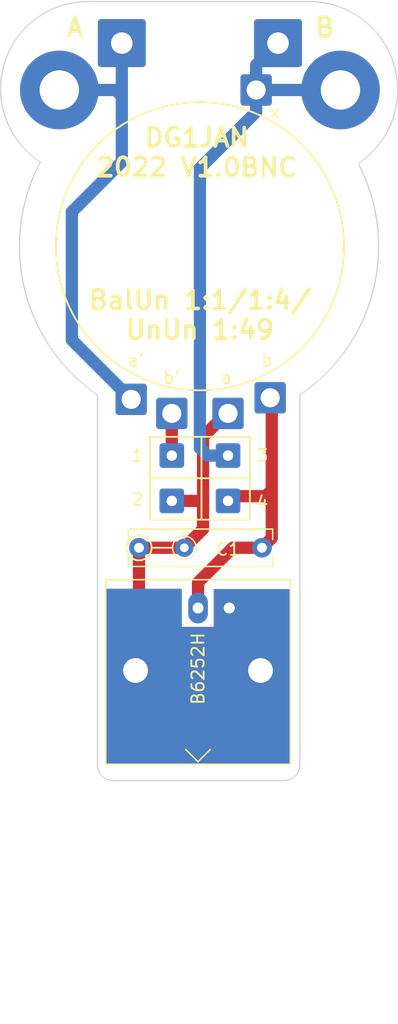
<source format=kicad_pcb>
(kicad_pcb (version 20211014) (generator pcbnew)
  (layers (0 "F.Cu" signal) (31 "B.Cu" signal) (34 "B.Paste" user) (35 "F.Paste" user) (36 "B.SilkS" user "B.Silkscreen") (37 "F.SilkS" user "F.Silkscreen") (38 "B.Mask" user) (39 "F.Mask" user) (44 "Edge.Cuts" user))
  (net 0 "")
  (footprint "Connector_Wire:SolderWire-0.75sqmm_1x01_D1.25mm_OD2.3mm" (layer "F.Cu") (at 143.002 93.98)
    (fp_text reference "REF**" hide)
    (fp_text value "SolderWire-0.75sqmm_1x01_D1.25mm_OD2.3mm" hide)
    (pad "1" thru_hole roundrect (at 0 0) (size 2.55 2.55) (drill 1.55) (layers *.Cu *.Mask) (roundrect_rratio 0.098039))
  )
  (footprint "TestPoint:TestPoint_THTPad_D1.5mm_Drill0.7mm" (layer "F.Cu") (at 137.16 131.191)
    (fp_text reference "REF**" hide)
    (fp_text value "TestPoint_THTPad_D1.5mm_Drill0.7mm" hide)
    (fp_circle (center 0 0) (end 0 0.95) (layer "F.SilkS") (width 0.12) (fill none))
    (pad "1" thru_hole circle (at 0 0) (size 1.5 1.5) (drill 0.7) (layers *.Cu *.Mask))
  )
  (footprint "Connector_Wire:SolderWire-1sqmm_1x01_D1.4mm_OD3.9mm" (layer "F.Cu") (at 144.78 90.17)
    (fp_text reference "REF**" hide)
    (fp_text value "SolderWire-1sqmm_1x01_D1.4mm_OD3.9mm" hide)
    (pad "1" thru_hole roundrect (at 0 0) (size 3.9 3.9) (drill 1.75) (layers *.Cu *.Mask) (roundrect_rratio 0.064103))
  )
  (footprint "Connector_Wire:SolderWire-0.75sqmm_1x01_D1.25mm_OD2.3mm" (layer "F.Cu") (at 132.842 119.126)
    (fp_text reference "REF**" hide)
    (fp_text value "SolderWire-0.75sqmm_1x01_D1.25mm_OD2.3mm" hide)
    (pad "1" thru_hole roundrect (at 0 0) (size 2.55 2.55) (drill 1.55) (layers *.Cu *.Mask) (roundrect_rratio 0.098039))
  )
  (footprint "Connector_Wire:SolderWire-0.25sqmm_1x01_D0.65mm_OD2mm" (layer "F.Cu") (at 140.716 123.698)
    (fp_text reference "REF**" hide)
    (fp_text value "SolderWire-0.25sqmm_1x01_D0.65mm_OD2mm" hide)
    (pad "1" thru_hole roundrect (at 0 0) (size 2 2) (drill 0.85) (layers *.Cu *.Mask) (roundrect_rratio 0.125))
  )
  (footprint "MountingHole:MountingHole_4.5mm" (layer "F.Cu") (at 138.43 91.44)
    (fp_text reference "REF**" hide)
    (fp_text value "MountingHole_4.5mm" hide)
    (pad "" np_thru_hole circle (at 0 0) (size 4.5 4.5) (drill 4.5) (layers *.Cu *.Mask))
  )
  (footprint "Capacitor_THT:C_Rect_L11.5mm_W2.8mm_P10.00mm_MKT" (layer "F.Cu") (at 133.477 131.191)
    (fp_text reference "C1" (at 7.239 0.127) (layer "F.SilkS"))
    (fp_text value "C_Rect_L11.5mm_W2.8mm_P10.00mm_MKT" hide)
    (fp_line (start -0.87 1.52) (end 10.87 1.52) (layer "F.SilkS") (width 0.12))
    (fp_line (start -0.87 0.665) (end -0.87 1.52) (layer "F.SilkS") (width 0.12))
    (fp_line (start 10.87 -1.52) (end 10.87 -0.665) (layer "F.SilkS") (width 0.12))
    (fp_line (start -0.87 -1.52) (end 10.87 -1.52) (layer "F.SilkS") (width 0.12))
    (fp_line (start 10.87 0.665) (end 10.87 1.52) (layer "F.SilkS") (width 0.12))
    (fp_line (start -0.87 -1.52) (end -0.87 -0.665) (layer "F.SilkS") (width 0.12))
    (pad "1" thru_hole circle (at 0 0) (size 1.6 1.6) (drill 0.8) (layers *.Cu *.Mask))
    (pad "2" thru_hole circle (at 10 0) (size 1.6 1.6) (drill 0.8) (layers *.Cu *.Mask))
  )
  (footprint "Connector_Wire:SolderWire-0.75sqmm_1x01_D1.25mm_OD2.3mm" (layer "F.Cu") (at 144.145 118.999)
    (fp_text reference "REF**" hide)
    (fp_text value "SolderWire-0.75sqmm_1x01_D1.25mm_OD2.3mm" hide)
    (pad "1" thru_hole roundrect (at 0 0) (size 2.55 2.55) (drill 1.55) (layers *.Cu *.Mask) (roundrect_rratio 0.098039))
  )
  (footprint "MountingHole:MountingHole_3.2mm_M3" (layer "F.Cu") (at 143.1544 106.68)
    (fp_text reference "REF**" hide)
    (fp_text value "MountingHole_3.2mm_M3" hide)
    (pad "" np_thru_hole circle (at 0 0) (size 3.2 3.2) (drill 3.2) (layers *.Cu *.Mask))
  )
  (footprint "Connector_Coaxial:BNC_Amphenol_B6252HB-NPP3G-50_Horizontal" (layer "F.Cu") (at 138.2776 136.088 180)
    (fp_text reference "B6252H" (at 0 -4.9328 90) (layer "F.SilkS"))
    (fp_text value "BNC_Amphenol_B6252HB-NPP3G-50_Horizontal" hide)
    (fp_line (start 0 -12.5) (end -1 -11.5) (layer "F.SilkS") (width 0.12))
    (fp_line (start 7.5 -12.7) (end 7.5 2.3) (layer "F.SilkS") (width 0.12))
    (fp_line (start 7.5 2.3) (end -7.5 2.3) (layer "F.SilkS") (width 0.12))
    (fp_line (start 0 -12.5) (end 1 -11.5) (layer "F.SilkS") (width 0.12))
    (fp_line (start -7.5 2.3) (end -7.5 -12.7) (layer "F.SilkS") (width 0.12))
    (fp_line (start -7.5 -12.7) (end 7.5 -12.7) (layer "F.SilkS") (width 0.12))
    (pad "1" thru_hole oval (at 0 0 180) (size 1.6 2.5) (drill 0.89) (layers *.Cu *.Mask))
    (pad "2" thru_hole oval (at 5.08 -5.08 180) (size 3.5 7) (drill 2.01) (layers *.Cu *.Mask))
    (pad "2" thru_hole oval (at -5.08 -5.08 180) (size 3.5 7) (drill 2.01) (layers *.Cu *.Mask))
    (pad "2" thru_hole oval (at -2.54 0 180) (size 1.6 2.5) (drill 0.89) (layers *.Cu *.Mask))
  )
  (footprint "Connector_Wire:SolderWire-0.25sqmm_1x01_D0.65mm_OD2mm" (layer "F.Cu") (at 140.716 127.381)
    (fp_text reference "REF**" hide)
    (fp_text value "SolderWire-0.25sqmm_1x01_D0.65mm_OD2mm" hide)
    (pad "1" thru_hole roundrect (at 0 0) (size 2 2) (drill 0.85) (layers *.Cu *.Mask) (roundrect_rratio 0.125))
  )
  (footprint "MountingHole:MountingHole_3.2mm_M3_Pad" (layer "F.Cu") (at 127 93.98)
    (fp_text reference "REF**" hide)
    (fp_text value "MountingHole_3.2mm_M3_Pad" hide)
    (pad "1" thru_hole circle (at 0 0) (size 6.4 6.4) (drill 3.2) (layers *.Cu *.Mask))
  )
  (footprint "Connector_Wire:SolderWire-0.75sqmm_1x01_D1.25mm_OD2.3mm" (layer "F.Cu") (at 136.144 120.269)
    (fp_text reference "REF**" hide)
    (fp_text value "SolderWire-0.75sqmm_1x01_D1.25mm_OD2.3mm" hide)
    (pad "1" thru_hole roundrect (at 0 0) (size 2.55 2.55) (drill 1.55) (layers *.Cu *.Mask) (roundrect_rratio 0.098039))
  )
  (footprint "Connector_Wire:SolderWire-1sqmm_1x01_D1.4mm_OD3.9mm" (layer "F.Cu") (at 132.08 90.17)
    (fp_text reference "REF**" hide)
    (fp_text value "SolderWire-1sqmm_1x01_D1.4mm_OD3.9mm" hide)
    (pad "1" thru_hole roundrect (at 0 0) (size 3.9 3.9) (drill 1.75) (layers *.Cu *.Mask) (roundrect_rratio 0.064103))
  )
  (footprint "Connector_Wire:SolderWire-0.25sqmm_1x01_D0.65mm_OD2mm" (layer "F.Cu") (at 136.144 123.698)
    (fp_text reference "REF**" hide)
    (fp_text value "SolderWire-0.25sqmm_1x01_D0.65mm_OD2mm" hide)
    (pad "1" thru_hole roundrect (at 0 0) (size 2 2) (drill 0.85) (layers *.Cu *.Mask) (roundrect_rratio 0.125))
  )
  (footprint "Connector_Wire:SolderWire-0.75sqmm_1x01_D1.25mm_OD2.3mm" (layer "F.Cu") (at 140.716 120.269)
    (fp_text reference "REF**" hide)
    (fp_text value "SolderWire-0.75sqmm_1x01_D1.25mm_OD2.3mm" hide)
    (pad "1" thru_hole roundrect (at 0 0) (size 2.55 2.55) (drill 1.55) (layers *.Cu *.Mask) (roundrect_rratio 0.098039))
  )
  (footprint "Connector_Wire:SolderWire-0.25sqmm_1x01_D0.65mm_OD2mm" (layer "F.Cu") (at 136.144 127.381)
    (fp_text reference "REF**" hide)
    (fp_text value "SolderWire-0.25sqmm_1x01_D0.65mm_OD2mm" hide)
    (pad "1" thru_hole roundrect (at 0 0) (size 2 2) (drill 0.85) (layers *.Cu *.Mask) (roundrect_rratio 0.125))
  )
  (footprint "MountingHole:MountingHole_3.2mm_M3" (layer "F.Cu") (at 133.6548 106.68)
    (fp_text reference "REF**" hide)
    (fp_text value "MountingHole_3.2mm_M3" hide)
    (pad "" np_thru_hole circle (at 0 0) (size 3.2 3.2) (drill 3.2) (layers *.Cu *.Mask))
  )
  (footprint "MountingHole:MountingHole_3.2mm_M3_Pad" (layer "F.Cu") (at 149.86 93.98)
    (fp_text reference "REF**" hide)
    (fp_text value "MountingHole_3.2mm_M3_Pad" hide)
    (pad "1" thru_hole circle (at 0 0) (size 6.4 6.4) (drill 3.2) (layers *.Cu *.Mask))
  )
  (gr_rect (start 145.6436 134.6708) (end 139.6492 137.6172) (layer "F.Cu") (width 0.2) (fill solid))
  (gr_rect (start 136.8552 134.62) (end 130.8608 138.2268) (layer "F.Cu") (width 0.2) (fill solid))
  (gr_rect (start 145.6436 137.7188) (end 130.8608 148.6408) (layer "F.Cu") (width 0.2) (fill solid))
  (gr_rect (start 145.6436 134.6454) (end 139.6492 137.6426) (layer "B.Cu") (width 0.2) (fill solid))
  (gr_rect (start 136.8552 134.62) (end 130.8608 138.2268) (layer "B.Cu") (width 0.2) (fill solid))
  (gr_rect (start 145.6436 137.7442) (end 130.8608 148.6662) (layer "B.Cu") (width 0.2) (fill solid))
  (gr_line (start 134.366 125.5395) (end 142.367 125.5395) (layer "F.SilkS") (width 0.15))
  (gr_line (start 134.500906 131.191) (end 136.21 131.191) (layer "F.SilkS") (width 0.15))
  (gr_circle (center 138.43 106.68) (end 135.89 118.11) (layer "F.SilkS") (width 0.15) (fill none))
  (gr_line (start 138.557 122.174) (end 138.557 128.905) (layer "F.SilkS") (width 0.15))
  (gr_rect (start 134.366 122.174) (end 142.494 128.905) (layer "F.SilkS") (width 0.15) (fill none))
  (gr_circle (center 133.477 131.191) (end 133.985 130.302) (layer "F.SilkS") (width 0.15) (fill none))
  (gr_line (start 146.558 148.844) (end 146.558 118.7704) (layer "Edge.Cuts") (width 0.1))
  (gr_arc (start 125.453808 99.83847) (mid 122.550769 91.767538) (end 129.54 86.795796) (layer "Edge.Cuts") (width 0.1))
  (gr_arc (start 130.0988 118.7704) (mid 124.181921 110.186325) (end 125.453808 99.83847) (layer "Edge.Cuts") (width 0.1))
  (gr_line (start 129.54 86.795796) (end 147.32 86.795796) (layer "Edge.Cuts") (width 0.1))
  (gr_line (start 130.0988 148.844) (end 130.0988 118.7704) (layer "Edge.Cuts") (width 0.1))
  (gr_arc (start 131.3688 150.114) (mid 130.470774 149.742026) (end 130.0988 148.844) (layer "Edge.Cuts") (width 0.1))
  (gr_arc (start 146.558 148.844) (mid 146.186026 149.742026) (end 145.288 150.114) (layer "Edge.Cuts") (width 0.1))
  (gr_arc (start 147.32 86.795796) (mid 154.195942 91.898132) (end 151.305079 99.957619) (layer "Edge.Cuts") (width 0.1))
  (gr_line (start 131.3688 150.114) (end 145.288 150.114) (layer "Edge.Cuts") (width 0.1))
  (gr_arc (start 151.305079 99.957619) (mid 152.5171 110.268764) (end 146.558 118.7704) (layer "Edge.Cuts") (width 0.1))
  (gr_text "b'" (at 136.144 117.348) (layer "F.SilkS") (effects (font (size 1 1))))
  (gr_text "BalUn 1:1/1:4/\nUnUn 1:49" (at 138.43 112.268) (layer "F.SilkS") (effects (font (size 1.5 1.5) (thickness 0.3))))
  (gr_text "b" (at 143.891 115.951) (layer "F.SilkS") (effects (font (size 1 1))))
  (gr_text "DG1JAN\n2022 V1.0BNC" (at 138.176 99.06) (layer "F.SilkS") (effects (font (size 1.5 1.5) (thickness 0.3))))
  (gr_text "3" (at 143.51 123.698) (layer "F.SilkS") (effects (font (size 1 1))))
  (gr_text "A" (at 128.27 88.9) (layer "F.SilkS") (effects (font (size 1.5 1.5) (thickness 0.3))))
  (gr_text "B" (at 148.59 88.9) (layer "F.SilkS") (effects (font (size 1.5 1.5) (thickness 0.3))))
  (gr_text "a" (at 140.589 117.348) (layer "F.SilkS") (effects (font (size 1 1))))
  (gr_text "2" (at 133.35 127.254) (layer "F.SilkS") (effects (font (size 1 1))))
  (gr_text "4" (at 143.51 127.508) (layer "F.SilkS") (effects (font (size 1 1))))
  (gr_text "1" (at 133.35 123.698) (layer "F.SilkS") (effects (font (size 1 1))))
  (gr_text "a'" (at 133.223 115.951) (layer "F.SilkS") (effects (font (size 1 1))))
  (gr_text "x" (at 144.526 95.758) (layer "F.SilkS") (effects (font (size 1 1))))
  (segment (start 138.2776 134.0104) (end 138.2776 136.088) (width 1) (layer "F.Cu") (net 0))
  (segment (start 138.684 129.667) (end 137.16 131.191) (width 1) (layer "F.Cu") (net 0))
  (segment (start 140.716 120.142) (end 138.684 122.174) (width 1) (layer "F.Cu") (net 0))
  (segment (start 140.716 127.381) (end 141.097 127) (width 1) (layer "F.Cu") (net 0))
  (segment (start 143.477 131.191) (end 141.097 131.191) (width 1) (layer "F.Cu") (net 0))
  (segment (start 136.144 127.381) (end 138.43 127.381) (width 1) (layer "F.Cu") (net 0))
  (segment (start 144.272 126.492) (end 144.272 130.396) (width 1) (layer "F.Cu") (net 0))
  (segment (start 138.684 122.174) (end 138.684 126.492) (width 1) (layer "F.Cu") (net 0))
  (segment (start 141.097 127) (end 143.764 127) (width 1) (layer "F.Cu") (net 0))
  (segment (start 137.16 131.191) (end 135.509 131.191) (width 1) (layer "F.Cu") (net 0))
  (segment (start 143.764 127) (end 144.272 126.492) (width 1) (layer "F.Cu") (net 0))
  (segment (start 138.684 127.635) (end 138.684 129.667) (width 1) (layer "F.Cu") (net 0))
  (segment (start 138.43 127.381) (end 138.684 127.635) (width 1) (layer "F.Cu") (net 0))
  (segment (start 136.144 120.142) (end 136.144 123.698) (width 1) (layer "F.Cu") (net 0))
  (segment (start 144.272 118.999) (end 144.272 126.492) (width 1) (layer "F.Cu") (net 0))
  (segment (start 138.684 126.746) (end 138.684 127.635) (width 1) (layer "F.Cu") (net 0))
  (segment (start 135.509 131.191) (end 133.477 131.191) (width 1) (layer "F.Cu") (net 0))
  (segment (start 133.477 140.8886) (end 133.1976 141.168) (width 1) (layer "F.Cu") (net 0))
  (segment (start 141.097 131.191) (end 138.2776 134.0104) (width 1) (layer "F.Cu") (net 0))
  (segment (start 133.1976 141.168) (end 143.3576 141.168) (width 1) (layer "F.Cu") (net 0))
  (segment (start 133.477 131.191) (end 133.477 140.8886) (width 1) (layer "F.Cu") (net 0))
  (segment (start 144.272 130.396) (end 143.477 131.191) (width 1) (layer "F.Cu") (net 0))
  (segment (start 138.43 100.33) (end 143.002 95.758) (width 1) (layer "B.Cu") (net 0))
  (segment (start 131.572 93.98) (end 127 93.98) (width 1) (layer "B.Cu") (net 0))
  (segment (start 143.002 91.948) (end 144.78 90.17) (width 1) (layer "B.Cu") (net 0))
  (segment (start 128.016 114.3) (end 128.016 103.886) (width 1) (layer "B.Cu") (net 0))
  (segment (start 132.588 118.999) (end 132.588 118.872) (width 1) (layer "B.Cu") (net 0))
  (segment (start 132.08 99.822) (end 132.08 94.488) (width 1) (layer "B.Cu") (net 0))
  (segment (start 143.002 95.758) (end 143.002 93.98) (width 1) (layer "B.Cu") (net 0))
  (segment (start 132.588 118.872) (end 128.016 114.3) (width 1) (layer "B.Cu") (net 0))
  (segment (start 138.43 123.0884) (end 138.43 100.33) (width 1) (layer "B.Cu") (net 0))
  (segment (start 140.716 123.698) (end 139.0396 123.698) (width 1) (layer "B.Cu") (net 0))
  (segment (start 143.002 93.98) (end 149.86 93.98) (width 1) (layer "B.Cu") (net 0))
  (segment (start 132.08 94.488) (end 132.08 90.17) (width 1) (layer "B.Cu") (net 0))
  (segment (start 132.08 94.488) (end 131.572 93.98) (width 1) (layer "B.Cu") (net 0))
  (segment (start 143.002 93.98) (end 143.002 91.948) (width 1) (layer "B.Cu") (net 0))
  (segment (start 128.016 103.886) (end 132.08 99.822) (width 1) (layer "B.Cu") (net 0))
  (segment (start 139.0396 123.698) (end 138.43 123.0884) (width 1) (layer "B.Cu") (net 0))
)
</source>
